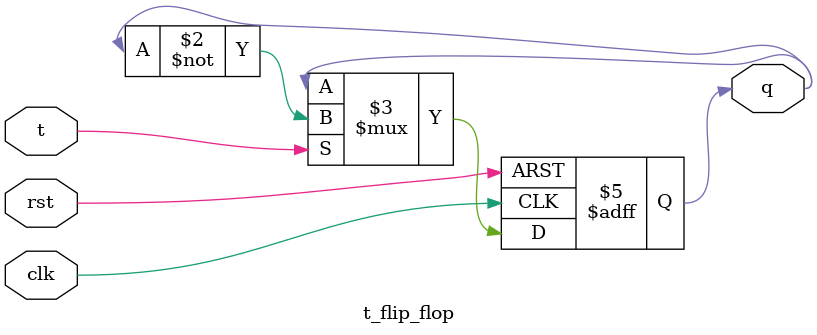
<source format=v>
module d_flip_flop(clk, rst, d, q);
    input clk, rst, d;
    output reg q;

    always @(posedge clk or posedge rst) begin
        if (rst)
            q <= 0;
        else
            q <= d;
    end
endmodule

module t_flip_flop(clk, rst, t, q);
    input clk, rst, t;
    output reg q;

    always @(posedge clk or posedge rst) begin
        if (rst)
            q <= 0;
        else if (t)
            q <= ~q;
    end
endmodule

</source>
